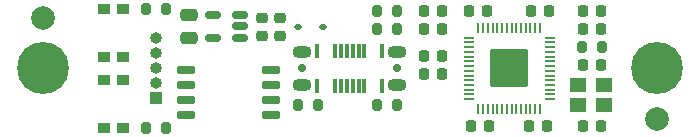
<source format=gbr>
%TF.GenerationSoftware,KiCad,Pcbnew,(7.0.0)*%
%TF.CreationDate,2023-05-29T13:22:43-05:00*%
%TF.ProjectId,rp2040-radar-presense-sensor,72703230-3430-42d7-9261-6461722d7072,rev?*%
%TF.SameCoordinates,Original*%
%TF.FileFunction,Soldermask,Top*%
%TF.FilePolarity,Negative*%
%FSLAX46Y46*%
G04 Gerber Fmt 4.6, Leading zero omitted, Abs format (unit mm)*
G04 Created by KiCad (PCBNEW (7.0.0)) date 2023-05-29 13:22:43*
%MOMM*%
%LPD*%
G01*
G04 APERTURE LIST*
G04 Aperture macros list*
%AMRoundRect*
0 Rectangle with rounded corners*
0 $1 Rounding radius*
0 $2 $3 $4 $5 $6 $7 $8 $9 X,Y pos of 4 corners*
0 Add a 4 corners polygon primitive as box body*
4,1,4,$2,$3,$4,$5,$6,$7,$8,$9,$2,$3,0*
0 Add four circle primitives for the rounded corners*
1,1,$1+$1,$2,$3*
1,1,$1+$1,$4,$5*
1,1,$1+$1,$6,$7*
1,1,$1+$1,$8,$9*
0 Add four rect primitives between the rounded corners*
20,1,$1+$1,$2,$3,$4,$5,0*
20,1,$1+$1,$4,$5,$6,$7,0*
20,1,$1+$1,$6,$7,$8,$9,0*
20,1,$1+$1,$8,$9,$2,$3,0*%
G04 Aperture macros list end*
%ADD10C,2.000000*%
%ADD11RoundRect,0.200000X0.200000X0.275000X-0.200000X0.275000X-0.200000X-0.275000X0.200000X-0.275000X0*%
%ADD12RoundRect,0.225000X-0.225000X-0.250000X0.225000X-0.250000X0.225000X0.250000X-0.225000X0.250000X0*%
%ADD13RoundRect,0.225000X0.225000X0.250000X-0.225000X0.250000X-0.225000X-0.250000X0.225000X-0.250000X0*%
%ADD14C,4.400000*%
%ADD15R,1.000000X0.900000*%
%ADD16RoundRect,0.200000X-0.200000X-0.275000X0.200000X-0.275000X0.200000X0.275000X-0.200000X0.275000X0*%
%ADD17RoundRect,0.150000X-0.650000X-0.150000X0.650000X-0.150000X0.650000X0.150000X-0.650000X0.150000X0*%
%ADD18RoundRect,0.225000X-0.250000X0.225000X-0.250000X-0.225000X0.250000X-0.225000X0.250000X0.225000X0*%
%ADD19RoundRect,0.112500X-0.187500X-0.112500X0.187500X-0.112500X0.187500X0.112500X-0.187500X0.112500X0*%
%ADD20RoundRect,0.225000X0.250000X-0.225000X0.250000X0.225000X-0.250000X0.225000X-0.250000X-0.225000X0*%
%ADD21RoundRect,0.250000X0.475000X-0.250000X0.475000X0.250000X-0.475000X0.250000X-0.475000X-0.250000X0*%
%ADD22R,1.400000X1.200000*%
%ADD23RoundRect,0.050000X0.050000X-0.387500X0.050000X0.387500X-0.050000X0.387500X-0.050000X-0.387500X0*%
%ADD24RoundRect,0.050000X0.387500X-0.050000X0.387500X0.050000X-0.387500X0.050000X-0.387500X-0.050000X0*%
%ADD25RoundRect,0.144000X1.456000X-1.456000X1.456000X1.456000X-1.456000X1.456000X-1.456000X-1.456000X0*%
%ADD26RoundRect,0.150000X0.512500X0.150000X-0.512500X0.150000X-0.512500X-0.150000X0.512500X-0.150000X0*%
%ADD27C,0.710000*%
%ADD28R,0.300000X1.150000*%
%ADD29O,1.600000X1.100000*%
%ADD30R,1.000000X1.000000*%
%ADD31O,1.000000X1.000000*%
G04 APERTURE END LIST*
D10*
%TO.C,FID2*%
X74000000Y-95750000D03*
%TD*%
%TO.C,FID1*%
X126000000Y-104250000D03*
%TD*%
D11*
%TO.C,R2*%
X84425000Y-94945600D03*
X82775000Y-94945600D03*
%TD*%
D12*
%TO.C,C9*%
X119722600Y-96621600D03*
X121272600Y-96621600D03*
%TD*%
D13*
%TO.C,C6*%
X107806600Y-100431600D03*
X106256600Y-100431600D03*
%TD*%
D14*
%TO.C,H1*%
X74000000Y-100000000D03*
%TD*%
D13*
%TO.C,C13*%
X111819800Y-104902000D03*
X110269800Y-104902000D03*
%TD*%
D15*
%TO.C,SW2*%
X79199999Y-99049999D03*
X79199999Y-94949999D03*
X80799999Y-99049999D03*
X80799999Y-94949999D03*
%TD*%
%TO.C,SW1*%
X79199999Y-105049999D03*
X79199999Y-100949999D03*
X80799999Y-105049999D03*
X80799999Y-100949999D03*
%TD*%
D12*
%TO.C,C15*%
X115146600Y-104902000D03*
X116696600Y-104902000D03*
%TD*%
D16*
%TO.C,R4*%
X102349800Y-95097600D03*
X103999800Y-95097600D03*
%TD*%
D11*
%TO.C,R1*%
X84425000Y-105054400D03*
X82775000Y-105054400D03*
%TD*%
D12*
%TO.C,C1*%
X119722600Y-104902000D03*
X121272600Y-104902000D03*
%TD*%
D11*
%TO.C,R6*%
X97294200Y-103073200D03*
X95644200Y-103073200D03*
%TD*%
D17*
%TO.C,U1*%
X86112800Y-100101400D03*
X86112800Y-101371400D03*
X86112800Y-102641400D03*
X86112800Y-103911400D03*
X93312800Y-103911400D03*
X93312800Y-102641400D03*
X93312800Y-101371400D03*
X93312800Y-100101400D03*
%TD*%
D11*
%TO.C,R7*%
X103999800Y-103073200D03*
X102349800Y-103073200D03*
%TD*%
D12*
%TO.C,C12*%
X110066600Y-95097600D03*
X111616600Y-95097600D03*
%TD*%
D16*
%TO.C,R3*%
X119672600Y-98145600D03*
X121322600Y-98145600D03*
%TD*%
%TO.C,R5*%
X102349800Y-96621600D03*
X103999800Y-96621600D03*
%TD*%
D18*
%TO.C,C4*%
X92557600Y-95694200D03*
X92557600Y-97244200D03*
%TD*%
D13*
%TO.C,C11*%
X107806600Y-98907600D03*
X106256600Y-98907600D03*
%TD*%
D14*
%TO.C,H2*%
X126000000Y-100000000D03*
%TD*%
D19*
%TO.C,D1*%
X95622400Y-96469200D03*
X97722400Y-96469200D03*
%TD*%
D20*
%TO.C,C3*%
X94081600Y-97244200D03*
X94081600Y-95694200D03*
%TD*%
D21*
%TO.C,C8*%
X86360000Y-97393800D03*
X86360000Y-95493800D03*
%TD*%
D13*
%TO.C,C7*%
X107806600Y-96621600D03*
X106256600Y-96621600D03*
%TD*%
D22*
%TO.C,Y1*%
X121495999Y-101410399D03*
X119295999Y-101410399D03*
X119295999Y-103110399D03*
X121495999Y-103110399D03*
%TD*%
D13*
%TO.C,C2*%
X121272600Y-99669600D03*
X119722600Y-99669600D03*
%TD*%
D23*
%TO.C,U3*%
X110900000Y-103437500D03*
X111300000Y-103437500D03*
X111700000Y-103437500D03*
X112100000Y-103437500D03*
X112500000Y-103437500D03*
X112900000Y-103437500D03*
X113300000Y-103437500D03*
X113700000Y-103437500D03*
X114100000Y-103437500D03*
X114500000Y-103437500D03*
X114900000Y-103437500D03*
X115300000Y-103437500D03*
X115700000Y-103437500D03*
X116100000Y-103437500D03*
D24*
X116937500Y-102600000D03*
X116937500Y-102200000D03*
X116937500Y-101800000D03*
X116937500Y-101400000D03*
X116937500Y-101000000D03*
X116937500Y-100600000D03*
X116937500Y-100200000D03*
X116937500Y-99800000D03*
X116937500Y-99400000D03*
X116937500Y-99000000D03*
X116937500Y-98600000D03*
X116937500Y-98200000D03*
X116937500Y-97800000D03*
X116937500Y-97400000D03*
D23*
X116100000Y-96562500D03*
X115700000Y-96562500D03*
X115300000Y-96562500D03*
X114900000Y-96562500D03*
X114500000Y-96562500D03*
X114100000Y-96562500D03*
X113700000Y-96562500D03*
X113300000Y-96562500D03*
X112900000Y-96562500D03*
X112500000Y-96562500D03*
X112100000Y-96562500D03*
X111700000Y-96562500D03*
X111300000Y-96562500D03*
X110900000Y-96562500D03*
D24*
X110062500Y-97400000D03*
X110062500Y-97800000D03*
X110062500Y-98200000D03*
X110062500Y-98600000D03*
X110062500Y-99000000D03*
X110062500Y-99400000D03*
X110062500Y-99800000D03*
X110062500Y-100200000D03*
X110062500Y-100600000D03*
X110062500Y-101000000D03*
X110062500Y-101400000D03*
X110062500Y-101800000D03*
X110062500Y-102200000D03*
X110062500Y-102600000D03*
D25*
X113500000Y-100000000D03*
%TD*%
D26*
%TO.C,U2*%
X90717800Y-97383600D03*
X90717800Y-96433600D03*
X90717800Y-95483600D03*
X88442800Y-95483600D03*
X88442800Y-97383600D03*
%TD*%
D12*
%TO.C,C14*%
X115349800Y-95097600D03*
X116899800Y-95097600D03*
%TD*%
D27*
%TO.C,J2*%
X96000000Y-100000000D03*
X104000000Y-100000000D03*
D28*
X97249999Y-98514999D03*
X98749999Y-98514999D03*
X99249999Y-98514999D03*
X99749999Y-98514999D03*
X100249999Y-98514999D03*
X100749999Y-98514999D03*
X101249999Y-98514999D03*
X102749999Y-98514999D03*
X102749999Y-101484999D03*
X101249999Y-101484999D03*
X100749999Y-101484999D03*
X100249999Y-101484999D03*
X99749999Y-101484999D03*
X99249999Y-101484999D03*
X98749999Y-101484999D03*
X97249999Y-101484999D03*
D29*
X95999999Y-98569999D03*
X103999999Y-98569999D03*
X95999999Y-101429999D03*
X103999999Y-101429999D03*
%TD*%
D12*
%TO.C,C5*%
X119722600Y-95097600D03*
X121272600Y-95097600D03*
%TD*%
D13*
%TO.C,C10*%
X107806600Y-95097600D03*
X106256600Y-95097600D03*
%TD*%
D30*
%TO.C,J1*%
X83599999Y-102539999D03*
D31*
X83599999Y-101269999D03*
X83599999Y-99999999D03*
X83599999Y-98729999D03*
X83599999Y-97459999D03*
%TD*%
M02*

</source>
